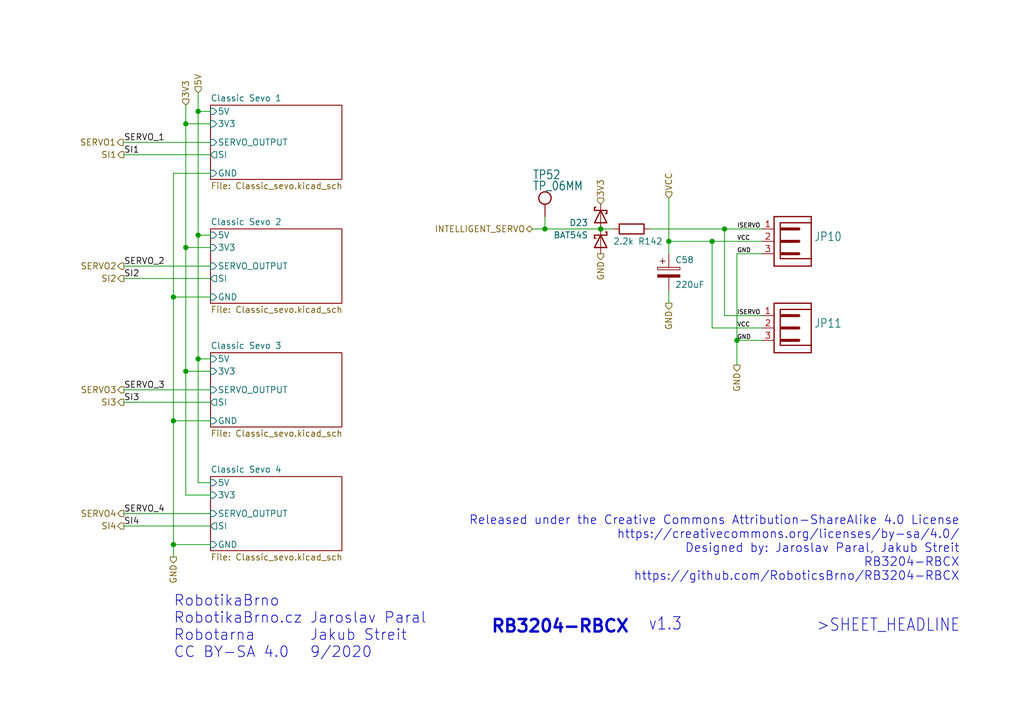
<source format=kicad_sch>
(kicad_sch (version 20211123) (generator eeschema)
  (paper "A5")
  (lib_symbols
    (symbol "Device:C_Polarized" (pin_numbers hide) (pin_names (offset 0.254))
      (property "Reference" "C" (at 0.635 2.54 0))
      (property "Value" "C_Polarized" (at 0.635 -2.54 0))
      (symbol "C_Polarized_0_1"
        (rectangle (start -2.286 0.508) (end 2.286 1.016))
        (polyline (pts (xy -1.778 2.286) (xy -0.762 2.286)))
        (polyline (pts (xy -1.27 2.794) (xy -1.27 1.778)))
        (rectangle (start 2.286 -0.508) (end -2.286 -1.016) (fill (type outline)))
      )
      (symbol "C_Polarized_1_1"
        (pin passive line (at 0 3.81 270) (length 2.794) (name "~") (number "1"))
        (pin passive line (at 0 -3.81 90) (length 2.794) (name "~") (number "2"))
      )
    )
    (symbol "Device:R" (pin_numbers hide) (pin_names (offset 0))
      (property "Reference" "R" (at 2.032 0 90))
      (property "Value" "R" (at 0 0 90))
      (symbol "R_0_1"
        (rectangle (start -1.016 -2.54) (end 1.016 2.54) (stroke (width 0.254)))
      )
      (symbol "R_1_1"
        (pin passive line (at 0 3.81 270) (length 1.27) (name "~") (number "1"))
        (pin passive line (at 0 -3.81 90) (length 1.27) (name "~") (number "2"))
      )
    )
    (symbol "RBCX-eagle-import:JST-PH3"
      (property "Reference" "P" (at -2.54 5.842 0))
      (property "Value" "JST-PH3" (at -2.54 -7.366 0))
      (symbol "JST-PH3_1_0"
        (polyline (pts (xy -2.54 -5.08) (xy 5.08 -5.08)) (stroke (width 0.254)))
        (polyline (pts (xy -2.54 -3.556) (xy -2.54 -5.08)) (stroke (width 0.254)))
        (polyline (pts (xy -2.54 3.81) (xy -2.54 -3.556)) (stroke (width 0.254)))
        (polyline (pts (xy -2.54 3.81) (xy 3.81 3.81)) (stroke (width 0.254)))
        (polyline (pts (xy -2.54 5.08) (xy -2.54 3.81)) (stroke (width 0.254)))
        (polyline (pts (xy 0 -2.54) (xy 3.556 -2.54)) (stroke (width 0.6096)))
        (polyline (pts (xy 0 0) (xy 3.556 0)) (stroke (width 0.6096)))
        (polyline (pts (xy 0 2.54) (xy 3.556 2.54)) (stroke (width 0.6096)))
        (polyline (pts (xy 3.81 -3.556) (xy -2.54 -3.556)) (stroke (width 0.254)))
        (polyline (pts (xy 3.81 3.81) (xy 3.81 -3.556)) (stroke (width 0.254)))
        (polyline (pts (xy 5.08 -5.08) (xy 5.08 5.08)) (stroke (width 0.254)))
        (polyline (pts (xy 5.08 5.08) (xy -2.54 5.08)) (stroke (width 0.254)))
        (pin passive line (at 7.62 2.54 180) (length 2.54) (name "1") (number "1"))
        (pin passive line (at 7.62 0 180) (length 2.54) (name "2") (number "2"))
        (pin passive line (at 7.62 -2.54 180) (length 2.54) (name "3") (number "3"))
      )
    )
    (symbol "RBCX-eagle-import:TP_06MM"
      (property "Reference" "TP" (at -2.54 7.62 0))
      (property "Value" "TP_06MM" (at -2.54 5.334 0))
      (symbol "TP_06MM_1_0"
        (circle (center 0 3.81) (radius 1.27) (stroke (width 0.254)))
        (pin passive line (at 0 0 90) (length 2.54) (name "TP") (number "P$1"))
      )
    )
    (symbol "RBCX:BAT54S"
      (property "Reference" "D" (at 0 5.08 0))
      (property "Value" "BAT54S" (at 0 2.54 0))
      (symbol "BAT54S_1_0"
        (polyline (pts (xy -3.81 -1.27) (xy -1.27 0)) (stroke (width 0.254)))
        (polyline (pts (xy -3.81 0) (xy -5.08 0)) (stroke (width 0.1524)))
        (polyline (pts (xy -3.81 0) (xy -3.81 -1.27)) (stroke (width 0.254)))
        (polyline (pts (xy -3.81 1.27) (xy -3.81 0)) (stroke (width 0.254)))
        (polyline (pts (xy -1.905 1.016) (xy -1.905 1.27)) (stroke (width 0.254)))
        (polyline (pts (xy -1.905 1.27) (xy -1.27 1.27)) (stroke (width 0.254)))
        (polyline (pts (xy -1.27 -1.27) (xy -0.635 -1.27)) (stroke (width 0.254)))
        (polyline (pts (xy -1.27 0) (xy -3.81 0)) (stroke (width 0.1524)))
        (polyline (pts (xy -1.27 0) (xy -3.81 1.27)) (stroke (width 0.254)))
        (polyline (pts (xy -1.27 0) (xy -1.27 -1.27)) (stroke (width 0.254)))
        (polyline (pts (xy -1.27 1.27) (xy -1.27 0)) (stroke (width 0.254)))
        (polyline (pts (xy -0.635 -1.016) (xy -0.635 -1.27)) (stroke (width 0.254)))
        (polyline (pts (xy 1.27 -1.27) (xy 3.81 0)) (stroke (width 0.254)))
        (polyline (pts (xy 1.27 0) (xy -1.27 0)) (stroke (width 0.1524)))
        (polyline (pts (xy 1.27 0) (xy 1.27 -1.27)) (stroke (width 0.254)))
        (polyline (pts (xy 1.27 1.27) (xy 1.27 0)) (stroke (width 0.254)))
        (polyline (pts (xy 3.175 -1.016) (xy 3.175 -1.27)) (stroke (width 0.254)))
        (polyline (pts (xy 3.81 -1.27) (xy 3.175 -1.27)) (stroke (width 0.254)))
        (polyline (pts (xy 3.81 0) (xy 1.27 0)) (stroke (width 0.1524)))
        (polyline (pts (xy 3.81 0) (xy 1.27 1.27)) (stroke (width 0.254)))
        (polyline (pts (xy 3.81 0) (xy 3.81 -1.27)) (stroke (width 0.254)))
        (polyline (pts (xy 3.81 1.27) (xy 3.81 0)) (stroke (width 0.254)))
        (polyline (pts (xy 4.445 1.016) (xy 4.445 1.27)) (stroke (width 0.254)))
        (polyline (pts (xy 4.445 1.27) (xy 3.81 1.27)) (stroke (width 0.254)))
        (polyline (pts (xy 5.08 0) (xy 3.81 0)) (stroke (width 0.1524)))
        (circle (center 0 0) (radius 0.127) (stroke (width 0.4064)))
        (pin passive line (at 5.08 0 180) (length 0) (name "A1") (number "1"))
        (pin passive line (at -5.08 0 0) (length 0) (name "A2") (number "2"))
        (pin passive line (at 0 0 90) (length 0) (name "C") (number "3"))
      )
    )
  )
  (junction (at 40.64 48.26))
  (junction (at 35.56 60.96))
  (junction (at 38.1 25.4))
  (junction (at 35.56 86.36))
  (junction (at 38.1 76.2))
  (junction (at 151.13 69.85))
  (junction (at 35.56 111.76))
  (junction (at 123.19 46.99))
  (junction (at 137.16 49.53))
  (junction (at 40.64 73.66))
  (junction (at 148.59 46.99))
  (junction (at 38.1 50.8))
  (junction (at 111.76 46.99))
  (junction (at 146.05 49.53))
  (junction (at 40.64 22.86))
  (wire (pts (xy 109.22 46.99) (xy 111.76 46.99)))
  (wire (pts (xy 151.13 52.07) (xy 151.13 69.85)))
  (wire (pts (xy 25.273 29.21) (xy 43.18 29.21)))
  (wire (pts (xy 43.18 35.56) (xy 35.56 35.56)))
  (wire (pts (xy 133.35 46.99) (xy 148.59 46.99)))
  (wire (pts (xy 40.64 73.66) (xy 43.18 73.66)))
  (wire (pts (xy 137.16 62.23) (xy 137.16 59.69)))
  (wire (pts (xy 35.56 86.36) (xy 43.18 86.36)))
  (wire (pts (xy 43.18 101.6) (xy 38.1 101.6)))
  (wire (pts (xy 35.56 60.96) (xy 35.56 86.36)))
  (wire (pts (xy 156.21 52.07) (xy 151.13 52.07)))
  (wire (pts (xy 146.05 67.31) (xy 146.05 49.53)))
  (wire (pts (xy 25.4 82.55) (xy 43.18 82.55)))
  (wire (pts (xy 40.64 73.66) (xy 40.64 99.06)))
  (wire (pts (xy 25.4 57.15) (xy 43.18 57.15)))
  (wire (pts (xy 35.56 111.76) (xy 35.56 114.3)))
  (wire (pts (xy 38.1 76.2) (xy 43.18 76.2)))
  (wire (pts (xy 35.56 35.56) (xy 35.56 60.96)))
  (wire (pts (xy 43.18 48.26) (xy 40.64 48.26)))
  (wire (pts (xy 38.1 50.8) (xy 43.18 50.8)))
  (wire (pts (xy 35.56 86.36) (xy 35.56 111.76)))
  (wire (pts (xy 156.21 67.31) (xy 146.05 67.31)))
  (wire (pts (xy 111.76 44.45) (xy 111.76 46.99)))
  (wire (pts (xy 25.4 54.61) (xy 43.18 54.61)))
  (wire (pts (xy 151.13 69.85) (xy 151.13 74.93)))
  (wire (pts (xy 111.76 46.99) (xy 123.19 46.99)))
  (wire (pts (xy 40.64 99.06) (xy 43.18 99.06)))
  (wire (pts (xy 40.64 19.05) (xy 40.64 22.86)))
  (wire (pts (xy 35.56 111.76) (xy 43.18 111.76)))
  (wire (pts (xy 38.1 25.4) (xy 43.18 25.4)))
  (wire (pts (xy 25.4 107.95) (xy 43.18 107.95)))
  (wire (pts (xy 137.16 49.53) (xy 137.16 40.64)))
  (wire (pts (xy 148.59 64.77) (xy 148.59 46.99)))
  (wire (pts (xy 146.05 49.53) (xy 156.21 49.53)))
  (wire (pts (xy 148.59 46.99) (xy 156.21 46.99)))
  (wire (pts (xy 25.4 31.75) (xy 43.18 31.75)))
  (wire (pts (xy 38.1 101.6) (xy 38.1 76.2)))
  (wire (pts (xy 137.16 49.53) (xy 137.16 52.07)))
  (wire (pts (xy 123.19 46.99) (xy 125.73 46.99)))
  (wire (pts (xy 25.4 105.41) (xy 43.18 105.41)))
  (wire (pts (xy 25.4 80.01) (xy 43.18 80.01)))
  (wire (pts (xy 40.64 48.26) (xy 40.64 73.66)))
  (wire (pts (xy 137.16 49.53) (xy 146.05 49.53)))
  (wire (pts (xy 40.64 22.86) (xy 43.18 22.86)))
  (wire (pts (xy 156.21 69.85) (xy 151.13 69.85)))
  (wire (pts (xy 40.64 22.86) (xy 40.64 48.26)))
  (wire (pts (xy 35.56 60.96) (xy 43.18 60.96)))
  (wire (pts (xy 156.21 64.77) (xy 148.59 64.77)))
  (wire (pts (xy 38.1 25.4) (xy 38.1 21.59)))
  (wire (pts (xy 38.1 76.2) (xy 38.1 50.8)))
  (wire (pts (xy 38.1 50.8) (xy 38.1 25.4)))
  (text "RobotikaBrno\nRobotikaBrno.cz\nRobotarna\nCC BY-SA 4.0" (at 35.56 135.255 180) (effects (font (size 2.1844 2.1844)) (justify left bottom)))
  (text "Jaroslav Paral\nJakub Streit\n9/2020" (at 63.5 135.255 180) (effects (font (size 2.1844 2.1844)) (justify left bottom)))
  (text "RB3204-RBCX" (at 100.584 130.175 180) (effects (font (size 2.54 2.54) (thickness 0.508) bold) (justify left bottom)))
  (text ">SHEET_HEADLINE" (at 167.386 129.921 180) (effects (font (size 2.54 2.159)) (justify left bottom)))
  (text "Released under the Creative Commons Attribution-ShareAlike 4.0 License\nhttps://creativecommons.org/licenses/by-sa/4.0/\nDesigned by: Jaroslav Paral, Jakub Streit\nRB3204-RBCX\nhttps://github.com/RoboticsBrno/RB3204-RBCX" (at 196.85 119.38 180) (effects (font (size 1.778 1.778)) (justify right bottom)))
  (text "v1.3" (at 132.969 129.667 180) (effects (font (size 2.54 2.159)) (justify left bottom)))
  (label "SERVO_3" (at 25.4 80.01 0))
  (label "SERVO_1" (at 25.4 29.21 0))
  (label "ISERVO" (at 151.13 46.99 0) (effects (font (size 0.889 0.889))))
  (label "GND" (at 151.13 69.85 0) (effects (font (size 0.889 0.889))))
  (label "SI1" (at 25.4 31.75 0))
  (label "SI2" (at 25.4 57.15 0))
  (label "SI4" (at 25.4 107.95 0))
  (label "SERVO_2" (at 25.4 54.61 0))
  (label "VCC" (at 151.13 67.31 0) (effects (font (size 0.889 0.889))))
  (label "GND" (at 151.13 52.07 0) (effects (font (size 0.889 0.889))))
  (label "VCC" (at 151.13 49.53 0) (effects (font (size 0.889 0.889))))
  (label "SI3" (at 25.4 82.55 0))
  (label "SERVO_4" (at 25.4 105.41 0))
  (label "ISERVO" (at 151.13 64.77 0) (effects (font (size 0.889 0.889))))
  (hierarchical_label "3V3" (shape input) (at 38.1 21.59 90))
  (hierarchical_label "SI3" (shape output) (at 25.4 82.55 180))
  (hierarchical_label "SI1" (shape output) (at 25.4 31.75 180))
  (hierarchical_label "SI4" (shape output) (at 25.4 107.95 180))
  (hierarchical_label "SERVO3" (shape output) (at 25.4 80.01 180))
  (hierarchical_label "INTELLIGENT_SERVO" (shape bidirectional) (at 109.22 46.99 180))
  (hierarchical_label "SI2" (shape output) (at 25.4 57.15 180))
  (hierarchical_label "3V3" (shape input) (at 123.19 41.91 90))
  (hierarchical_label "VCC" (shape input) (at 137.16 40.64 90))
  (hierarchical_label "GND" (shape output) (at 35.56 114.3 270))
  (hierarchical_label "5V" (shape input) (at 40.64 19.05 90))
  (hierarchical_label "SERVO4" (shape output) (at 25.4 105.41 180))
  (hierarchical_label "SERVO2" (shape output) (at 25.4 54.61 180))
  (hierarchical_label "SERVO1" (shape output) (at 25.273 29.21 180))
  (hierarchical_label "GND" (shape output) (at 137.16 62.23 270))
  (hierarchical_label "GND" (shape output) (at 151.13 74.93 270))
  (hierarchical_label "GND" (shape output) (at 123.19 52.07 270))
  (symbol (lib_id "RBCX-eagle-import:TP_06MM") (at 111.76 44.45 0) (unit 1)
    (property "Reference" "TP52" (at 109.22 36.83 0) (effects (font (size 1.778 1.5113)) (justify left bottom)))
    (property "Value" "TP_06MM" (at 109.22 39.116 0) (effects (font (size 1.778 1.5113)) (justify left bottom)))
    (property "Footprint" "RBCX:TP_06MM" (effects hide))
    (property "JLCPCB_IGNORE" "1" (effects hide))
  )
  (symbol (lib_id "RBCX-eagle-import:JST-PH3") (at 163.83 49.53 0) (mirror y) (unit 1)
    (property "Reference" "JP10" (at 172.72 49.53 0) (effects (font (size 1.778 1.5113)) (justify left bottom)))
    (property "Value" "INTELIGENT_SERVO" (at 167.64 53.34 0) (effects (font (size 1.778 1.5113)) (justify right bottom)))
    (property "Footprint" "RBCX:JST-PH3" (effects hide))
    (property "LCSC" "C392534" (effects hide))
    (property "Basic/Extended" "E" (effects hide))
  )
  (symbol (lib_id "RBCX:BAT54S") (at 123.19 46.99 90) (unit 1)
    (property "Reference" "D23" (at 120.65 45.7199 90) (effects (justify left)))
    (property "Value" "BAT54S" (at 120.65 48.2599 90) (effects (justify left)))
    (property "Footprint" "Package_TO_SOT_SMD:SOT-523" (effects hide))
    (property "Datasheet" "https://datasheet.lcsc.com/lcsc/1811022130_Diodes-Incorporated-BAT54ST-7-F_C134414.pdf" (effects hide))
    (property "LCSC" "C134414" (effects hide))
    (property "Basic/Extended" "E" (effects hide))
    (property "JLCPCB_CORRECTION" "0;0;180" (effects hide))
  )
  (symbol (lib_id "Device:C_Polarized") (at 137.16 55.88 0) (unit 1)
    (property "Reference" "C58" (at 138.43 53.34 0) (effects (justify left)))
    (property "Value" "220uF" (at 138.43 58.42 0) (effects (justify left)))
    (property "Footprint" "Capacitor_SMD:CP_Elec_8x11.9" (effects hide))
    (property "Datasheet" "https://datasheet.lcsc.com/lcsc/2112131830_AISHI-Aihua-Group-SVZ1VM221FBRE00RAXXX_C2923769.pdf" (effects hide))
    (property "LCSC" "C2923769" (effects hide))
    (property "Basic/Extended" "E" (effects hide))
  )
  (symbol (lib_id "RBCX-eagle-import:JST-PH3") (at 163.83 67.31 0) (mirror y) (unit 1)
    (property "Reference" "JP11" (at 172.72 67.31 0) (effects (font (size 1.778 1.5113)) (justify left bottom)))
    (property "Value" "INTELIGENT_SERVO" (at 168.91 71.12 0) (effects (font (size 1.778 1.5113)) (justify right bottom)))
    (property "Footprint" "RBCX:JST-PH3" (effects hide))
    (property "LCSC" "C392534" (effects hide))
    (property "Basic/Extended" "E" (effects hide))
  )
  (symbol (lib_id "Device:R") (at 129.54 46.99 270) (unit 1)
    (property "Reference" "R142" (at 130.81 49.53 90) (effects (justify left)))
    (property "Value" "2.2k" (at 125.73 49.53 90) (effects (justify left)))
    (property "Footprint" "Resistor_SMD:R_0201_0603Metric" (effects hide))
    (property "LCSC" "C142018" (effects hide))
    (property "Basic/Extended" "E" (effects hide))
  )
  (sheet (at 43.18 21.59) (size 26.924 15.24) (stroke (width 0.1524))
    (property "Sheet name" "Classic Sevo 1" (at 43.18 20.8784 0) (effects (justify left bottom)))
    (property "Sheet file" "Classic_sevo.kicad_sch" (at 43.18 37.4146 0) (effects (justify left top)))
    (pin "GND" input (at 43.18 35.56 180))
    (pin "SI" output (at 43.18 31.75 180))
    (pin "3V3" input (at 43.18 25.4 180))
    (pin "5V" input (at 43.18 22.86 180))
    (pin "SERVO_OUTPUT" input (at 43.18 29.21 180))
  )
  (sheet (at 43.18 97.79) (size 26.924 15.24) (stroke (width 0.1524))
    (property "Sheet name" "Classic Sevo 4" (at 43.18 97.0784 0) (effects (justify left bottom)))
    (property "Sheet file" "Classic_sevo.kicad_sch" (at 43.18 113.6146 0) (effects (justify left top)))
    (pin "GND" input (at 43.18 111.76 180))
    (pin "SI" output (at 43.18 107.95 180))
    (pin "3V3" input (at 43.18 101.6 180))
    (pin "5V" input (at 43.18 99.06 180))
    (pin "SERVO_OUTPUT" input (at 43.18 105.41 180))
  )
  (sheet (at 43.18 46.99) (size 26.924 15.24) (stroke (width 0.1524))
    (property "Sheet name" "Classic Sevo 2" (at 43.18 46.2784 0) (effects (justify left bottom)))
    (property "Sheet file" "Classic_sevo.kicad_sch" (at 43.18 62.8146 0) (effects (justify left top)))
    (pin "GND" input (at 43.18 60.96 180))
    (pin "SI" output (at 43.18 57.15 180))
    (pin "3V3" input (at 43.18 50.8 180))
    (pin "5V" input (at 43.18 48.26 180))
    (pin "SERVO_OUTPUT" input (at 43.18 54.61 180))
  )
  (sheet (at 43.18 72.39) (size 26.924 15.24) (stroke (width 0.1524))
    (property "Sheet name" "Classic Sevo 3" (at 43.18 71.6784 0) (effects (justify left bottom)))
    (property "Sheet file" "Classic_sevo.kicad_sch" (at 43.18 88.2146 0) (effects (justify left top)))
    (pin "GND" input (at 43.18 86.36 180))
    (pin "SI" output (at 43.18 82.55 180))
    (pin "3V3" input (at 43.18 76.2 180))
    (pin "5V" input (at 43.18 73.66 180))
    (pin "SERVO_OUTPUT" input (at 43.18 80.01 180))
  )
)
</source>
